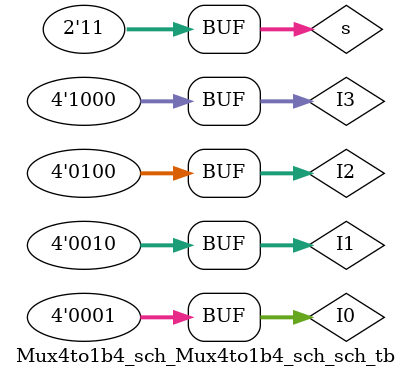
<source format=v>

`timescale 1ns / 1ps

module Mux4to1b4_sch_Mux4to1b4_sch_sch_tb();

// Inputs
   reg [1:0] s;
   reg [3:0] I1;
   reg [3:0] I2;
   reg [3:0] I3;
   reg [3:0] I0;

// Output
   wire [3:0] O;

// Bidirs

// Instantiate the UUT
   Mux4to1b4_sch UUT (
		.s(s), 
		.I1(I1), 
		.I2(I2), 
		.I3(I3), 
		.I0(I0), 
		.O(O)
   );
// Initialize Inputs
//   `ifdef auto_init
       initial begin
		I1 = 4'b0010;
		I2 = 4'b0100;
		I3 = 4'b1000;
		I0 = 4'b0001;
		s=2'b00;
		#50;
		s=2'b01;
		#50;
		s=2'b10;
		#50;
		s=2'b11;
		end
		
//   `endif
endmodule

</source>
